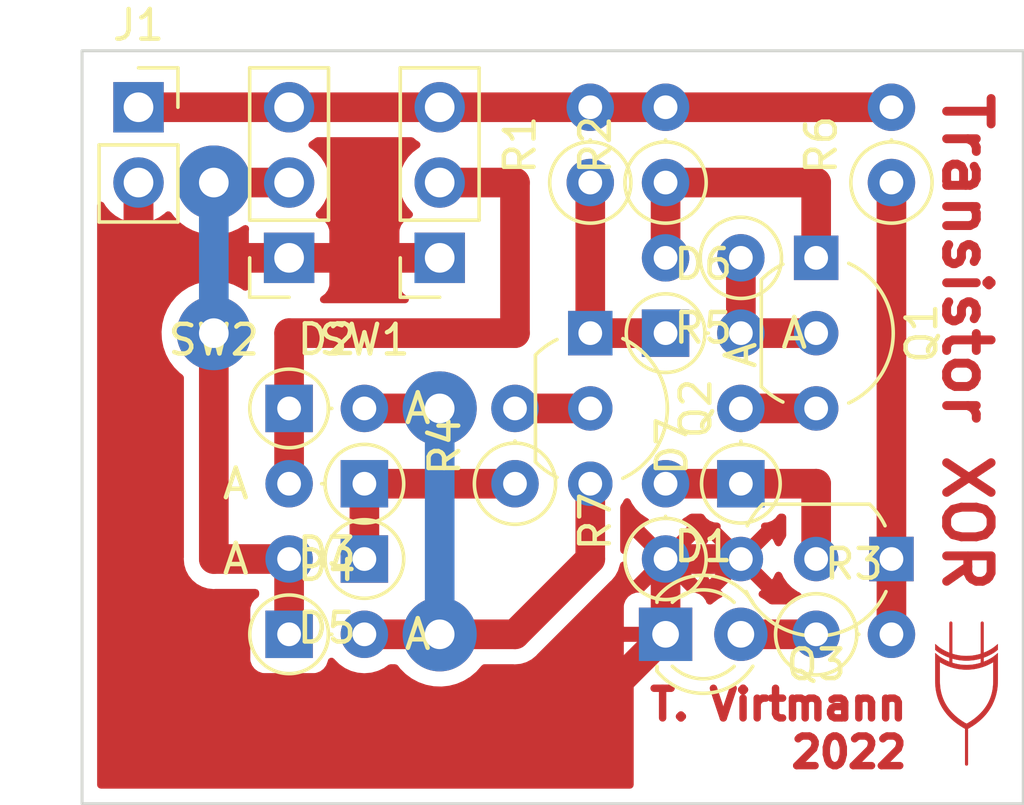
<source format=kicad_pcb>
(kicad_pcb (version 20211014) (generator pcbnew)
  (title_block (title "Transistor XOR") (date "2022-11-19") (rev "2") (company "T. Virtmann"))
  (layers (0 "F.Cu" signal) (31 "B.Cu" signal) (34 "B.Paste" user) (35 "F.Paste" user) (36 "B.SilkS" user "B.Silkscreen") (37 "F.SilkS" user "F.Silkscreen") (38 "B.Mask" user) (39 "F.Mask" user) (44 "Edge.Cuts" user))
  (net 0 "")
  (net 1 "GND")
  (net 2 "Net-(D1-Pad2)")
  (net 3 "Net-(D2-Pad1)")
  (net 4 "Net-(D2-Pad2)")
  (net 5 "Net-(D3-Pad1)")
  (net 6 "Net-(D4-Pad1)")
  (net 7 "+5V")
  (net 8 "Net-(Q1-Pad1)")
  (net 9 "Net-(Q2-Pad2)")
  (net 10 "Net-(Q2-Pad1)")
  (net 11 "Net-(D6-Pad2)")
  (net 12 "Net-(D7-Pad1)")
  (net 13 "Net-(D7-Pad2)")
  (net 14 "Net-(R3-Pad2)")
  (footprint "Connector_PinSocket_2.54mm:PinSocket_1x03_P2.54mm_Vertical" (layer "F.Cu") (at 17.78 17.78 180)
    (fp_text reference "SW2" (at 2.54 -2.77) (layer "F.SilkS"))
    (fp_text value "SW_SPDT")
    (fp_line (start -1.33 1.27) (end 1.33 1.27) (layer "F.SilkS") (width 0.12))
    (fp_line (start 1.33 -1.33) (end 1.33 0) (layer "F.SilkS") (width 0.12))
    (fp_line (start -1.33 6.41) (end 1.33 6.41) (layer "F.SilkS") (width 0.12))
    (fp_line (start 0 -1.33) (end 1.33 -1.33) (layer "F.SilkS") (width 0.12))
    (fp_line (start 1.33 1.27) (end 1.33 6.41) (layer "F.SilkS") (width 0.12))
    (fp_line (start -1.33 1.27) (end -1.33 6.41) (layer "F.SilkS") (width 0.12))
    (pad "1" thru_hole rect (at 0 0 180) (size 1.7 1.7) (drill 1) (layers *.Cu *.Mask) (net 1 "GND"))
    (pad "2" thru_hole oval (at 0 2.54 180) (size 1.7 1.7) (drill 1) (layers *.Cu *.Mask) (net 6 "Net-(D4-Pad1)"))
    (pad "3" thru_hole oval (at 0 5.08 180) (size 1.7 1.7) (drill 1) (layers *.Cu *.Mask) (net 7 "+5V"))
  )
  (footprint "Diode_THT:D_DO-35_SOD27_P2.54mm_Vertical_AnodeUp" (layer "F.Cu") (at 20.32 27.94 180)
    (fp_text reference "D5" (at 1.27 -2.326371 180) (layer "F.SilkS"))
    (fp_text value "D")
    (fp_text user "A" (at 4.34 0 180) (layer "F.SilkS"))
    (fp_line (start 1.326371 0) (end 1.44 0) (layer "F.SilkS") (width 0.12))
    (fp_circle (center 0 0) (end 1.326371 0) (layer "F.SilkS") (width 0.12) (fill none))
    (pad "1" thru_hole rect (at 0 0 180) (size 1.6 1.6) (drill 0.8) (layers *.Cu *.Mask) (net 5 "Net-(D3-Pad1)"))
    (pad "2" thru_hole oval (at 2.54 0 180) (size 1.6 1.6) (drill 0.8) (layers *.Cu *.Mask) (net 6 "Net-(D4-Pad1)"))
  )
  (footprint "Resistor_THT:R_Axial_DIN0207_L6.3mm_D2.5mm_P2.54mm_Vertical" (layer "F.Cu") (at 33.02 17.78 180)
    (fp_text reference "R5" (at 1.27 -2.37) (layer "F.SilkS"))
    (fp_text value "10k")
    (fp_line (start 1.37 0) (end 1.44 0) (layer "F.SilkS") (width 0.12))
    (fp_circle (center 0 0) (end 1.37 0) (layer "F.SilkS") (width 0.12) (fill none))
    (pad "1" thru_hole circle (at 0 0 180) (size 1.6 1.6) (drill 0.8) (layers *.Cu *.Mask) (net 11 "Net-(D6-Pad2)"))
    (pad "2" thru_hole oval (at 2.54 0 180) (size 1.6 1.6) (drill 0.8) (layers *.Cu *.Mask) (net 8 "Net-(Q1-Pad1)"))
  )
  (footprint "Diode_THT:D_DO-35_SOD27_P2.54mm_Vertical_AnodeUp" (layer "F.Cu") (at 30.48 20.32)
    (fp_text reference "D6" (at 1.27 -2.326371) (layer "F.SilkS"))
    (fp_text value "D")
    (fp_text user "A" (at 4.34 0) (layer "F.SilkS"))
    (fp_line (start 1.326371 0) (end 1.44 0) (layer "F.SilkS") (width 0.12))
    (fp_circle (center 0 0) (end 1.326371 0) (layer "F.SilkS") (width 0.12) (fill none))
    (pad "1" thru_hole rect (at 0 0) (size 1.6 1.6) (drill 0.8) (layers *.Cu *.Mask) (net 10 "Net-(Q2-Pad1)"))
    (pad "2" thru_hole oval (at 2.54 0) (size 1.6 1.6) (drill 0.8) (layers *.Cu *.Mask) (net 11 "Net-(D6-Pad2)"))
  )
  (footprint "Resistor_THT:R_Axial_DIN0207_L6.3mm_D2.5mm_P2.54mm_Vertical" (layer "F.Cu") (at 30.48 27.94 90)
    (fp_text reference "R7" (at 1.27 -2.37 90) (layer "F.SilkS"))
    (fp_text value "10k")
    (fp_line (start 1.37 0) (end 1.44 0) (layer "F.SilkS") (width 0.12))
    (fp_circle (center 0 0) (end 1.37 0) (layer "F.SilkS") (width 0.12) (fill none))
    (pad "1" thru_hole circle (at 0 0 90) (size 1.6 1.6) (drill 0.8) (layers *.Cu *.Mask) (net 1 "GND"))
    (pad "2" thru_hole oval (at 2.54 0 90) (size 1.6 1.6) (drill 0.8) (layers *.Cu *.Mask) (net 12 "Net-(D7-Pad1)"))
  )
  (footprint "Connector_PinSocket_2.54mm:PinSocket_1x02_P2.54mm_Vertical" (layer "F.Cu") (at 12.7 12.7)
    (fp_text reference "J1" (at 0 -2.77) (layer "F.SilkS"))
    (fp_text value "Conn_02x01")
    (fp_line (start 1.33 1.27) (end 1.33 3.87) (layer "F.SilkS") (width 0.12))
    (fp_line (start -1.33 3.87) (end 1.33 3.87) (layer "F.SilkS") (width 0.12))
    (fp_line (start -1.33 1.27) (end 1.33 1.27) (layer "F.SilkS") (width 0.12))
    (fp_line (start 1.33 -1.33) (end 1.33 0) (layer "F.SilkS") (width 0.12))
    (fp_line (start -1.33 1.27) (end -1.33 3.87) (layer "F.SilkS") (width 0.12))
    (fp_line (start 0 -1.33) (end 1.33 -1.33) (layer "F.SilkS") (width 0.12))
    (pad "1" thru_hole rect (at 0 0) (size 1.7 1.7) (drill 1) (layers *.Cu *.Mask) (net 7 "+5V"))
    (pad "2" thru_hole oval (at 0 2.54) (size 1.7 1.7) (drill 1) (layers *.Cu *.Mask) (net 1 "GND"))
  )
  (footprint "Package_TO_SOT_THT:TO-92_Inline_Wide" (layer "F.Cu") (at 38.1 27.94 180)
    (fp_text reference "Q3" (at 2.54 -3.56) (layer "F.SilkS"))
    (fp_text value "Q_NPN_CBE")
    (fp_line (start 0.74 1.85) (end 4.34 1.85) (layer "F.SilkS") (width 0.12))
    (fp_arc (start 2.54 -2.6) (mid 3.936979 -2.192818) (end 4.8964 -1.098807) (layer "F.SilkS") (width 0.12))
    (fp_arc (start 4.864184 1.122795) (mid 4.633903 1.509328) (end 4.34 1.85) (layer "F.SilkS") (width 0.12))
    (fp_arc (start 0.74 1.85) (mid 0.446097 1.509328) (end 0.215816 1.122795) (layer "F.SilkS") (width 0.12))
    (fp_arc (start 0.1836 -1.098807) (mid 1.143021 -2.192817) (end 2.54 -2.6) (layer "F.SilkS") (width 0.12))
    (pad "1" thru_hole rect (at 0 0 180) (size 1.5 1.5) (drill 0.8) (layers *.Cu *.Mask) (net 14 "Net-(R3-Pad2)"))
    (pad "2" thru_hole circle (at 2.54 0 180) (size 1.5 1.5) (drill 0.8) (layers *.Cu *.Mask) (net 12 "Net-(D7-Pad1)"))
    (pad "3" thru_hole circle (at 5.08 0 180) (size 1.5 1.5) (drill 0.8) (layers *.Cu *.Mask) (net 1 "GND"))
  )
  (footprint "Package_TO_SOT_THT:TO-92_Inline_Wide" (layer "F.Cu") (at 35.56 17.78 -90)
    (fp_text reference "Q1" (at 2.54 -3.56 90) (layer "F.SilkS"))
    (fp_text value "Q_NPN_CBE")
    (fp_line (start 0.74 1.85) (end 4.34 1.85) (layer "F.SilkS") (width 0.12))
    (fp_arc (start 0.1836 -1.098807) (mid 1.143021 -2.192817) (end 2.54 -2.6) (layer "F.SilkS") (width 0.12))
    (fp_arc (start 2.54 -2.6) (mid 3.936979 -2.192818) (end 4.8964 -1.098807) (layer "F.SilkS") (width 0.12))
    (fp_arc (start 0.74 1.85) (mid 0.446097 1.509328) (end 0.215816 1.122795) (layer "F.SilkS") (width 0.12))
    (fp_arc (start 4.864184 1.122795) (mid 4.633903 1.509328) (end 4.34 1.85) (layer "F.SilkS") (width 0.12))
    (pad "1" thru_hole rect (at 0 0 270) (size 1.5 1.5) (drill 0.8) (layers *.Cu *.Mask) (net 8 "Net-(Q1-Pad1)"))
    (pad "2" thru_hole circle (at 2.54 0 270) (size 1.5 1.5) (drill 0.8) (layers *.Cu *.Mask) (net 11 "Net-(D6-Pad2)"))
    (pad "3" thru_hole circle (at 5.08 0 270) (size 1.5 1.5) (drill 0.8) (layers *.Cu *.Mask) (net 13 "Net-(D7-Pad2)"))
  )
  (footprint "Resistor_THT:R_Axial_DIN0207_L6.3mm_D2.5mm_P2.54mm_Vertical" (layer "F.Cu") (at 25.4 25.4 90)
    (fp_text reference "R4" (at 1.27 -2.37 90) (layer "F.SilkS"))
    (fp_text value "10k")
    (fp_line (start 1.37 0) (end 1.44 0) (layer "F.SilkS") (width 0.12))
    (fp_circle (center 0 0) (end 1.37 0) (layer "F.SilkS") (width 0.12) (fill none))
    (pad "1" thru_hole circle (at 0 0 90) (size 1.6 1.6) (drill 0.8) (layers *.Cu *.Mask) (net 5 "Net-(D3-Pad1)"))
    (pad "2" thru_hole oval (at 2.54 0 90) (size 1.6 1.6) (drill 0.8) (layers *.Cu *.Mask) (net 9 "Net-(Q2-Pad2)"))
  )
  (footprint "Diode_THT:D_DO-35_SOD27_P2.54mm_Vertical_AnodeUp" (layer "F.Cu") (at 17.78 30.48)
    (fp_text reference "D4" (at 1.27 -2.326371) (layer "F.SilkS"))
    (fp_text value "D")
    (fp_text user "A" (at 4.34 0) (layer "F.SilkS"))
    (fp_line (start 1.326371 0) (end 1.44 0) (layer "F.SilkS") (width 0.12))
    (fp_circle (center 0 0) (end 1.326371 0) (layer "F.SilkS") (width 0.12) (fill none))
    (pad "1" thru_hole rect (at 0 0) (size 1.6 1.6) (drill 0.8) (layers *.Cu *.Mask) (net 6 "Net-(D4-Pad1)"))
    (pad "2" thru_hole oval (at 2.54 0) (size 1.6 1.6) (drill 0.8) (layers *.Cu *.Mask) (net 4 "Net-(D2-Pad2)"))
  )
  (footprint "Resistor_THT:R_Axial_DIN0207_L6.3mm_D2.5mm_P2.54mm_Vertical" (layer "F.Cu") (at 38.1 15.24 90)
    (fp_text reference "R6" (at 1.27 -2.37 90) (layer "F.SilkS"))
    (fp_text value "100")
    (fp_line (start 1.37 0) (end 1.44 0) (layer "F.SilkS") (width 0.12))
    (fp_circle (center 0 0) (end 1.37 0) (layer "F.SilkS") (width 0.12) (fill none))
    (pad "1" thru_hole circle (at 0 0 90) (size 1.6 1.6) (drill 0.8) (layers *.Cu *.Mask) (net 14 "Net-(R3-Pad2)"))
    (pad "2" thru_hole oval (at 2.54 0 90) (size 1.6 1.6) (drill 0.8) (layers *.Cu *.Mask) (net 7 "+5V"))
  )
  (footprint "Connector_PinSocket_2.54mm:PinSocket_1x03_P2.54mm_Vertical" (layer "F.Cu") (at 22.86 17.78 180)
    (fp_text reference "SW1" (at 2.54 -2.77) (layer "F.SilkS"))
    (fp_text value "SW_SPDT")
    (fp_line (start -1.33 1.27) (end -1.33 6.41) (layer "F.SilkS") (width 0.12))
    (fp_line (start -1.33 1.27) (end 1.33 1.27) (layer "F.SilkS") (width 0.12))
    (fp_line (start 0 -1.33) (end 1.33 -1.33) (layer "F.SilkS") (width 0.12))
    (fp_line (start -1.33 6.41) (end 1.33 6.41) (layer "F.SilkS") (width 0.12))
    (fp_line (start 1.33 -1.33) (end 1.33 0) (layer "F.SilkS") (width 0.12))
    (fp_line (start 1.33 1.27) (end 1.33 6.41) (layer "F.SilkS") (width 0.12))
    (pad "1" thru_hole rect (at 0 0 180) (size 1.7 1.7) (drill 1) (layers *.Cu *.Mask) (net 1 "GND"))
    (pad "2" thru_hole oval (at 0 2.54 180) (size 1.7 1.7) (drill 1) (layers *.Cu *.Mask) (net 3 "Net-(D2-Pad1)"))
    (pad "3" thru_hole oval (at 0 5.08 180) (size 1.7 1.7) (drill 1) (layers *.Cu *.Mask) (net 7 "+5V"))
  )
  (footprint "Resistor_THT:R_Axial_DIN0207_L6.3mm_D2.5mm_P2.54mm_Vertical" (layer "F.Cu") (at 35.56 30.48)
    (fp_text reference "R3" (at 1.27 -2.37) (layer "F.SilkS"))
    (fp_text value "1k")
    (fp_line (start 1.37 0) (end 1.44 0) (layer "F.SilkS") (width 0.12))
    (fp_circle (center 0 0) (end 1.37 0) (layer "F.SilkS") (width 0.12) (fill none))
    (pad "1" thru_hole circle (at 0 0) (size 1.6 1.6) (drill 0.8) (layers *.Cu *.Mask) (net 2 "Net-(D1-Pad2)"))
    (pad "2" thru_hole oval (at 2.54 0) (size 1.6 1.6) (drill 0.8) (layers *.Cu *.Mask) (net 14 "Net-(R3-Pad2)"))
  )
  (footprint "Diode_THT:D_DO-35_SOD27_P2.54mm_Vertical_AnodeUp" (layer "F.Cu") (at 33.02 25.4 90)
    (fp_text reference "D7" (at 1.27 -2.326371 90) (layer "F.SilkS"))
    (fp_text value "D")
    (fp_text user "A" (at 4.34 0 90) (layer "F.SilkS"))
    (fp_line (start 1.326371 0) (end 1.44 0) (layer "F.SilkS") (width 0.12))
    (fp_circle (center 0 0) (end 1.326371 0) (layer "F.SilkS") (width 0.12) (fill none))
    (pad "1" thru_hole rect (at 0 0 90) (size 1.6 1.6) (drill 0.8) (layers *.Cu *.Mask) (net 12 "Net-(D7-Pad1)"))
    (pad "2" thru_hole oval (at 2.54 0 90) (size 1.6 1.6) (drill 0.8) (layers *.Cu *.Mask) (net 13 "Net-(D7-Pad2)"))
  )
  (footprint "LED_THT:LED_D3.0mm" (layer "F.Cu") (at 30.48 30.48)
    (fp_text reference "D1" (at 1.27 -2.96) (layer "F.SilkS"))
    (fp_text value "LED")
    (fp_line (start -0.29 -1.236) (end -0.29 -1.08) (layer "F.SilkS") (width 0.12))
    (fp_line (start -0.29 1.08) (end -0.29 1.236) (layer "F.SilkS") (width 0.12))
    (fp_arc (start 2.31113 1.079837) (mid 1.270117 1.5) (end 0.229039 1.08) (layer "F.SilkS") (width 0.12))
    (fp_arc (start -0.29 -1.235516) (mid 1.366487 -1.987659) (end 2.942335 -1.078608) (layer "F.SilkS") (width 0.12))
    (fp_arc (start 2.942335 1.078608) (mid 1.366487 1.987659) (end -0.29 1.235516) (layer "F.SilkS") (width 0.12))
    (fp_arc (start 0.229039 -1.08) (mid 1.270117 -1.5) (end 2.31113 -1.079837) (layer "F.SilkS") (width 0.12))
    (pad "1" thru_hole rect (at 0 0) (size 1.8 1.8) (drill 0.9) (layers *.Cu *.Mask) (net 1 "GND"))
    (pad "2" thru_hole circle (at 2.54 0) (size 1.8 1.8) (drill 0.9) (layers *.Cu *.Mask) (net 2 "Net-(D1-Pad2)"))
  )
  (footprint "Package_TO_SOT_THT:TO-92_Inline_Wide" (layer "F.Cu") (at 27.94 20.32 -90)
    (fp_text reference "Q2" (at 2.54 -3.56 90) (layer "F.SilkS"))
    (fp_text value "Q_NPN_CBE")
    (fp_line (start 0.74 1.85) (end 4.34 1.85) (layer "F.SilkS") (width 0.12))
    (fp_arc (start 4.864184 1.122795) (mid 4.633903 1.509328) (end 4.34 1.85) (layer "F.SilkS") (width 0.12))
    (fp_arc (start 0.74 1.85) (mid 0.446097 1.509328) (end 0.215816 1.122795) (layer "F.SilkS") (width 0.12))
    (fp_arc (start 2.54 -2.6) (mid 3.936979 -2.192818) (end 4.8964 -1.098807) (layer "F.SilkS") (width 0.12))
    (fp_arc (start 0.1836 -1.098807) (mid 1.143021 -2.192817) (end 2.54 -2.6) (layer "F.SilkS") (width 0.12))
    (pad "1" thru_hole rect (at 0 0 270) (size 1.5 1.5) (drill 0.8) (layers *.Cu *.Mask) (net 10 "Net-(Q2-Pad1)"))
    (pad "2" thru_hole circle (at 2.54 0 270) (size 1.5 1.5) (drill 0.8) (layers *.Cu *.Mask) (net 9 "Net-(Q2-Pad2)"))
    (pad "3" thru_hole circle (at 5.08 0 270) (size 1.5 1.5) (drill 0.8) (layers *.Cu *.Mask) (net 4 "Net-(D2-Pad2)"))
  )
  (footprint "Diode_THT:D_DO-35_SOD27_P2.54mm_Vertical_AnodeUp" (layer "F.Cu") (at 20.32 25.4 180)
    (fp_text reference "D3" (at 1.27 -2.326371 180) (layer "F.SilkS"))
    (fp_text value "D")
    (fp_text user "A" (at 4.34 0 180) (layer "F.SilkS"))
    (fp_line (start 1.326371 0) (end 1.44 0) (layer "F.SilkS") (width 0.12))
    (fp_circle (center 0 0) (end 1.326371 0) (layer "F.SilkS") (width 0.12) (fill none))
    (pad "1" thru_hole rect (at 0 0 180) (size 1.6 1.6) (drill 0.8) (layers *.Cu *.Mask) (net 5 "Net-(D3-Pad1)"))
    (pad "2" thru_hole oval (at 2.54 0 180) (size 1.6 1.6) (drill 0.8) (layers *.Cu *.Mask) (net 3 "Net-(D2-Pad1)"))
  )
  (footprint "Resistor_THT:R_Axial_DIN0207_L6.3mm_D2.5mm_P2.54mm_Vertical" (layer "F.Cu") (at 30.48 15.24 90)
    (fp_text reference "R2" (at 1.27 -2.37 90) (layer "F.SilkS"))
    (fp_text value "1k")
    (fp_line (start 1.37 0) (end 1.44 0) (layer "F.SilkS") (width 0.12))
    (fp_circle (center 0 0) (end 1.37 0) (layer "F.SilkS") (width 0.12) (fill none))
    (pad "1" thru_hole circle (at 0 0 90) (size 1.6 1.6) (drill 0.8) (layers *.Cu *.Mask) (net 8 "Net-(Q1-Pad1)"))
    (pad "2" thru_hole oval (at 2.54 0 90) (size 1.6 1.6) (drill 0.8) (layers *.Cu *.Mask) (net 7 "+5V"))
  )
  (footprint "Diode_THT:D_DO-35_SOD27_P2.54mm_Vertical_AnodeUp" (layer "F.Cu") (at 17.78 22.86)
    (fp_text reference "D2" (at 1.27 -2.326371) (layer "F.SilkS"))
    (fp_text value "D")
    (fp_text user "A" (at 4.34 0) (layer "F.SilkS"))
    (fp_line (start 1.326371 0) (end 1.44 0) (layer "F.SilkS") (width 0.12))
    (fp_circle (center 0 0) (end 1.326371 0) (layer "F.SilkS") (width 0.12) (fill none))
    (pad "1" thru_hole rect (at 0 0) (size 1.6 1.6) (drill 0.8) (layers *.Cu *.Mask) (net 3 "Net-(D2-Pad1)"))
    (pad "2" thru_hole oval (at 2.54 0) (size 1.6 1.6) (drill 0.8) (layers *.Cu *.Mask) (net 4 "Net-(D2-Pad2)"))
  )
  (footprint "Resistor_THT:R_Axial_DIN0207_L6.3mm_D2.5mm_P2.54mm_Vertical" (layer "F.Cu") (at 27.94 15.24 90)
    (fp_text reference "R1" (at 1.27 -2.37 90) (layer "F.SilkS"))
    (fp_text value "220k")
    (fp_line (start 1.37 0) (end 1.44 0) (layer "F.SilkS") (width 0.12))
    (fp_circle (center 0 0) (end 1.37 0) (layer "F.SilkS") (width 0.12) (fill none))
    (pad "1" thru_hole circle (at 0 0 90) (size 1.6 1.6) (drill 0.8) (layers *.Cu *.Mask) (net 10 "Net-(Q2-Pad1)"))
    (pad "2" thru_hole oval (at 2.54 0 90) (size 1.6 1.6) (drill 0.8) (layers *.Cu *.Mask) (net 7 "+5V"))
  )
  (gr_line (start 40.632979 33.53813) (end 40.632979 34.861047) (layer "F.Cu") (width 0.105833))
  (gr_line (start 40.103813 31.493542) (end 40.103813 30.098547) (layer "F.Cu") (width 0.105833))
  (gr_line (start 41.162146 31.441875) (end 41.162146 30.098547) (layer "F.Cu") (width 0.105833))
  (gr_poly (pts (xy 41.655578 31.027987) (xy 41.638031 31.042329) (xy 41.619999 31.056525) (xy 41.60096 31.07076) (xy 41.590899 31.07795) (xy 41.580389 31.085218) (xy 41.569366 31.092589) (xy 41.557765 31.100083) (xy 41.545519 31.107726) (xy 41.532563 31.115539) (xy 41.464119 31.154863) (xy 41.424789 31.175687) (xy 41.382135 31.196879) (xy 41.336216 31.218132) (xy 41.287094 31.239142) (xy 41.234829 31.259601) (xy 41.17948 31.279205) (xy 41.12111 31.297648) (xy 41.059778 31.314623) (xy 40.995545 31.329826) (xy 40.928471 31.34295) (xy 40.858617 31.35369) (xy 40.786044 31.36174) (xy 40.710811 31.366795) (xy 40.632979 31.368547) (xy 40.555358 31.366802) (xy 40.480305 31.361769) (xy 40.407882 31.353755) (xy 40.338149 31.343064) (xy 40.271168 31.330003) (xy 40.206998 31.314876) (xy 40.145703 31.297988) (xy 40.087341 31.279647) (xy 40.031975 31.260155) (xy 39.979665 31.239821) (xy 39.930472 31.218947) (xy 39.884457 31.197841) (xy 39.802204 31.15615) (xy 39.733396 31.117193) (xy 39.708553 31.101926) (xy 39.686399 31.087808) (xy 39.666783 31.074817) (xy 39.649557 31.06293) (xy 39.63457 31.052123) (xy 39.621673 31.042375) (xy 39.610715 31.033663) (xy 39.601546 31.025964) (xy 39.587979 31.013515) (xy 39.579773 31.004847) (xy 39.574646 30.998131) (xy 39.574646 30.804654) (xy 39.70363 30.910487) (xy 39.720639 30.923348) (xy 39.741499 30.938109) (xy 39.770242 30.957255) (xy 39.8066 30.979907) (xy 39.850308 31.005191) (xy 39.901099 31.032228) (xy 39.958706 31.060142) (xy 40.022864 31.088056) (xy 40.057315 31.10174) (xy 40.093304 31.115094) (xy 40.130798 31.12801) (xy 40.169762 31.140377) (xy 40.210164 31.152087) (xy 40.25197 31.16303) (xy 40.295148 31.173096) (xy 40.339663 31.182175) (xy 40.385482 31.190159) (xy 40.432572 31.196936) (xy 40.480901 31.202399) (xy 40.530434 31.206436) (xy 40.581138 31.208939) (xy 40.632979 31.209797) (xy 40.735525 31.206436) (xy 40.833386 31.196936) (xy 40.926296 31.182175) (xy 41.013989 31.16303) (xy 41.096197 31.140377) (xy 41.172655 31.115094) (xy 41.243095 31.088056) (xy 41.307252 31.060142) (xy 41.36486 31.032228) (xy 41.415651 31.005191) (xy 41.495717 30.957255) (xy 41.562328 30.910487) (xy 41.691313 30.804654) (xy 41.691313 30.998131)) (layer "F.Cu") (width 0.006) (fill solid))
  (gr_poly (pts (xy 41.688852 32.137878) (xy 41.683609 32.216434) (xy 41.673766 32.305192) (xy 41.657878 32.402799) (xy 41.6345 32.507902) (xy 41.602188 32.61915) (xy 41.559497 32.735189) (xy 41.504984 32.854668) (xy 41.472842 32.915274) (xy 41.437203 32.976233) (xy 41.397886 33.037376) (xy 41.35471 33.098534) (xy 41.307495 33.159537) (xy 41.256061 33.220217) (xy 41.200226 33.280405) (xy 41.139811 33.339931) (xy 41.074635 33.398626) (xy 41.004516 33.456322) (xy 40.929276 33.51285) (xy 40.848732 33.568039) (xy 40.762705 33.621722) (xy 40.671013 33.67373) (xy 40.632979 33.604276) (xy 40.594946 33.67373) (xy 40.50321 33.62175) (xy 40.417037 33.568136) (xy 40.336262 33.513052) (xy 40.260719 33.456661) (xy 40.190242 33.399127) (xy 40.124666 33.340615) (xy 40.063824 33.281289) (xy 40.007551 33.221312) (xy 39.955682 33.160848) (xy 39.908051 33.100063) (xy 39.864491 33.039119) (xy 39.824839 32.978181) (xy 39.788926 32.917412) (xy 39.756589 32.856978) (xy 39.727661 32.797041) (xy 39.701977 32.737766) (xy 39.67935 32.679311) (xy 39.659575 32.621838) (xy 39.642462 32.565521) (xy 39.627817 32.51053) (xy 39.615448 32.457038) (xy 39.605163 32.405218) (xy 39.59677 32.35524) (xy 39.590076 32.307278) (xy 39.58489 32.261503) (xy 39.581019 32.218087) (xy 39.576453 32.139023) (xy 39.574842 32.07146) (xy 39.574646 32.016776) (xy 39.574646 31.108925) (xy 39.70363 31.214758) (xy 39.770242 31.261525) (xy 39.850308 31.309462) (xy 39.901099 31.336499) (xy 39.958706 31.364413) (xy 40.022864 31.392327) (xy 40.093304 31.419365) (xy 40.169762 31.444648) (xy 40.25197 31.467301) (xy 40.339663 31.486446) (xy 40.432572 31.501207) (xy 40.530434 31.510707) (xy 40.632979 31.514068) (xy 40.684821 31.513209) (xy 40.735525 31.510707) (xy 40.785058 31.506669) (xy 40.833386 31.501207) (xy 40.880477 31.49443) (xy 40.926296 31.486446) (xy 40.970811 31.477367) (xy 41.013989 31.467301) (xy 41.055795 31.456358) (xy 41.096197 31.444648) (xy 41.135161 31.43228) (xy 41.172655 31.419365) (xy 41.208644 31.40601) (xy 41.243095 31.392327) (xy 41.307252 31.364413) (xy 41.36486 31.336499) (xy 41.415651 31.309462) (xy 41.459358 31.284178) (xy 41.495717 31.261525) (xy 41.52446 31.24238) (xy 41.532563 31.236646) (xy 41.532563 31.41981) (xy 41.464119 31.459134) (xy 41.382135 31.50115) (xy 41.336216 31.522403) (xy 41.287094 31.543412) (xy 41.234829 31.563872) (xy 41.17948 31.583476) (xy 41.12111 31.601919) (xy 41.059778 31.618894) (xy 40.995545 31.634097) (xy 40.928471 31.647221) (xy 40.858617 31.657961) (xy 40.786044 31.666011) (xy 40.710811 31.671065) (xy 40.632979 31.672818) (xy 40.555351 31.671084) (xy 40.480279 31.666084) (xy 40.407827 31.658118) (xy 40.338059 31.647486) (xy 40.271038 31.63449) (xy 40.206829 31.61943) (xy 40.145495 31.602606) (xy 40.0871 31.58432) (xy 40.031708 31.564872) (xy 39.979382 31.544563) (xy 39.930187 31.523694) (xy 39.884185 31.502564) (xy 39.841442 31.481476) (xy 39.80202 31.460729) (xy 39.733396 31.421464) (xy 39.733396 32.016776) (xy 39.733605 32.069581) (xy 39.735146 32.13193) (xy 39.73939 32.203083) (xy 39.747708 32.282301) (xy 39.753824 32.324702) (xy 39.761473 32.368842) (xy 39.770825 32.414628) (xy 39.782054 32.461967) (xy 39.795329 32.510767) (xy 39.810823 32.560935) (xy 39.828706 32.612378) (xy 39.849151 32.665006) (xy 39.871616 32.7169) (xy 39.896876 32.769365) (xy 39.925091 32.822281) (xy 39.956419 32.87553) (xy 39.99102 32.92899) (xy 40.029051 32.982542) (xy 40.070671 33.036066) (xy 40.11604 33.089444) (xy 40.165316 33.142554) (xy 40.218658 33.195277) (xy 40.276224 33.247494) (xy 40.338174 33.299085) (xy 40.404665 33.349929) (xy 40.475857 33.399908) (xy 40.551909 33.448901) (xy 40.632979 33.496789) (xy 40.715313 33.448171) (xy 40.792464 33.398461) (xy 40.8646 33.347785) (xy 40.93189 33.296266) (xy 40.994502 33.244029) (xy 41.052605 33.191198) (xy 41.106368 33.137898) (xy 41.155958 33.084253) (xy 41.201544 33.030388) (xy 41.243295 32.976427) (xy 41.281379 32.922494) (xy 41.315966 32.868714) (xy 41.347222 32.815211) (xy 41.375317 32.762109) (xy 41.40042 32.709534) (xy 41.422698 32.657609) (xy 41.442321 32.606459) (xy 41.459457 32.556208) (xy 41.48694 32.458901) (xy 41.506497 32.366684) (xy 41.519476 32.280552) (xy 41.527223 32.2015) (xy 41.531088 32.130523) (xy 41.532563 32.016776) (xy 41.532563 31.41981) (xy 41.532563 31.236646) (xy 41.54532 31.227619) (xy 41.562328 31.214758) (xy 41.691313 31.108925) (xy 41.691313 32.016776)) (layer "F.Cu") (width 0.006) (fill solid))
  (gr_rect (start 10.795 10.795) (end 42.545 36.195) (layer "Edge.Cuts") (width 0.1) (fill none))
  (gr_text "T. Virtmann\n2022" (at 38.735 33.655) (layer "F.Cu") (effects (font (size 1 1) (thickness 0.25)) (justify right)))
  (gr_text "Transistor XOR" (at 40.64 12.065 270) (layer "F.Cu") (effects (font (size 1.5 1.5) (thickness 0.3)) (justify left)))
  (segment (start 30.48 30.48) (end 26.67 34.29) (width 1) (layer "F.Cu") (net 1))
  (segment (start 33.02 27.94) (end 30.48 27.94) (width 1) (layer "F.Cu") (net 1))
  (segment (start 15.24 34.29) (end 12.7 31.75) (width 1) (layer "F.Cu") (net 1))
  (segment (start 17.78 17.78) (end 12.7 17.78) (width 1) (layer "F.Cu") (net 1))
  (segment (start 12.7 17.78) (end 12.7 15.24) (width 1) (layer "F.Cu") (net 1))
  (segment (start 12.7 31.75) (end 12.7 15.24) (width 1) (layer "F.Cu") (net 1))
  (segment (start 17.78 17.78) (end 22.86 17.78) (width 1) (layer "F.Cu") (net 1))
  (segment (start 26.67 34.29) (end 15.24 34.29) (width 1) (layer "F.Cu") (net 1))
  (segment (start 30.48 27.94) (end 30.48 30.48) (width 1) (layer "F.Cu") (net 1))
  (segment (start 35.56 30.48) (end 33.02 30.48) (width 1) (layer "F.Cu") (net 2))
  (segment (start 17.78 20.32) (end 17.78 22.86) (width 1) (layer "F.Cu") (net 3))
  (segment (start 25.4 20.32) (end 17.78 20.32) (width 1) (layer "F.Cu") (net 3))
  (segment (start 25.4 15.24) (end 25.4 20.32) (width 1) (layer "F.Cu") (net 3))
  (segment (start 22.86 15.24) (end 25.4 15.24) (width 1) (layer "F.Cu") (net 3))
  (segment (start 17.78 25.4) (end 17.78 22.86) (width 1) (layer "F.Cu") (net 3))
  (segment (start 27.94 27.94) (end 25.4 30.48) (width 1) (layer "F.Cu") (net 4))
  (segment (start 27.94 25.4) (end 27.94 27.94) (width 1) (layer "F.Cu") (net 4))
  (segment (start 25.4 30.48) (end 22.86 30.48) (width 1) (layer "F.Cu") (net 4))
  (segment (start 20.32 30.48) (end 22.86 30.48) (width 1) (layer "F.Cu") (net 4))
  (segment (start 22.86 22.86) (end 20.32 22.86) (width 1) (layer "F.Cu") (net 4))
  (via (at 22.86 30.48) (size 2.5) (drill 1) (layers "F.Cu" "B.Cu") (net 4))
  (via (at 22.86 22.86) (size 2.5) (drill 1) (layers "F.Cu" "B.Cu") (net 4))
  (segment (start 22.86 30.48) (end 22.86 22.86) (width 1) (layer "B.Cu") (net 4))
  (segment (start 20.32 25.4) (end 20.32 27.94) (width 1) (layer "F.Cu") (net 5))
  (segment (start 20.32 25.4) (end 25.4 25.4) (width 1) (layer "F.Cu") (net 5))
  (segment (start 15.24 20.32) (end 15.24 27.94) (width 1) (layer "F.Cu") (net 6))
  (segment (start 17.78 15.24) (end 15.24 15.24) (width 1) (layer "F.Cu") (net 6))
  (segment (start 17.78 27.94) (end 17.78 30.48) (width 1) (layer "F.Cu") (net 6))
  (segment (start 15.24 27.94) (end 17.78 27.94) (width 1) (layer "F.Cu") (net 6))
  (via (at 15.24 20.32) (size 2.5) (drill 1) (layers "F.Cu" "B.Cu") (net 6))
  (via (at 15.24 15.24) (size 2.5) (drill 1) (layers "F.Cu" "B.Cu") (net 6))
  (segment (start 15.24 15.24) (end 15.24 20.32) (width 1) (layer "B.Cu") (net 6))
  (segment (start 38.1 12.7) (end 30.48 12.7) (width 1) (layer "F.Cu") (net 7))
  (segment (start 12.7 12.7) (end 22.86 12.7) (width 1) (layer "F.Cu") (net 7))
  (segment (start 27.94 12.7) (end 22.86 12.7) (width 1) (layer "F.Cu") (net 7))
  (segment (start 30.48 12.7) (end 27.94 12.7) (width 1) (layer "F.Cu") (net 7))
  (segment (start 35.56 17.78) (end 35.56 15.24) (width 1) (layer "F.Cu") (net 8))
  (segment (start 30.48 17.78) (end 30.48 15.24) (width 1) (layer "F.Cu") (net 8))
  (segment (start 35.56 15.24) (end 30.48 15.24) (width 1) (layer "F.Cu") (net 8))
  (segment (start 27.94 22.86) (end 25.4 22.86) (width 1) (layer "F.Cu") (net 9))
  (segment (start 27.94 15.24) (end 27.94 20.32) (width 1) (layer "F.Cu") (net 10))
  (segment (start 30.48 20.32) (end 27.94 20.32) (width 1) (layer "F.Cu") (net 10))
  (segment (start 33.02 17.78) (end 33.02 20.32) (width 1) (layer "F.Cu") (net 11))
  (segment (start 35.56 20.32) (end 33.02 20.32) (width 1) (layer "F.Cu") (net 11))
  (segment (start 35.56 25.4) (end 35.56 27.94) (width 1) (layer "F.Cu") (net 12))
  (segment (start 33.02 25.4) (end 30.48 25.4) (width 1) (layer "F.Cu") (net 12))
  (segment (start 33.02 25.4) (end 35.56 25.4) (width 1) (layer "F.Cu") (net 12))
  (segment (start 35.56 22.86) (end 33.02 22.86) (width 1) (layer "F.Cu") (net 13))
  (segment (start 38.1 15.24) (end 38.1 27.94) (width 1) (layer "F.Cu") (net 14))
  (segment (start 38.1 27.94) (end 38.1 30.48) (width 1) (layer "F.Cu") (net 14))
  (zone (net 1) (net_name "GND") (layer "F.Cu") (connect_pads (clearance 0.508)) (min_thickness 0.254) (fill yes (thermal_gap 0.508) (thermal_bridge_width 0.508))
    (polygon (pts (xy 42.545 36.195) (xy 10.795 36.195) (xy 10.795 10.795) (xy 42.545 10.795)))
  )
)
</source>
